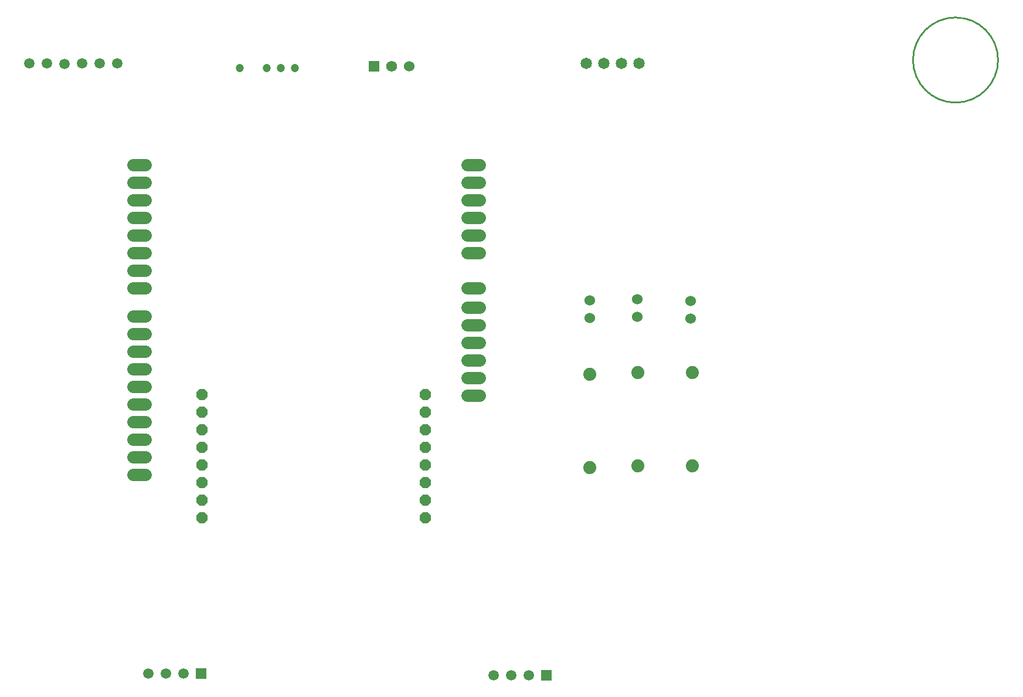
<source format=gtl>
G04 Layer: TopLayer*
G04 EasyEDA v6.5.5, 2022-05-17 09:42:53*
G04 10cda3a1212d43f89cf9d1cb10f4882f,1cecfb22d57c4bfb82df15c5060036b0,10*
G04 Gerber Generator version 0.2*
G04 Scale: 100 percent, Rotated: No, Reflected: No *
G04 Dimensions in millimeters *
G04 leading zeros omitted , absolute positions ,4 integer and 5 decimal *
%FSLAX45Y45*%
%MOMM*%

%ADD10C,0.2540*%
%ADD11R,1.5080X1.5080*%
%ADD12C,1.5080*%
%ADD13C,1.5240*%
%ADD14C,1.6500*%
%ADD15C,1.8796*%
%ADD16C,1.5000*%
%ADD17C,1.2000*%
%ADD18C,1.5748*%
%ADD19R,1.5748X1.5748*%
%ADD20C,1.7780*%

%LPD*%
D10*
G75*
G01
X14558950Y-444500D02*
G03X14558950Y-444500I-614350J0D01*
D11*
G01*
X8039100Y-9321800D03*
D12*
G01*
X7785100Y-9321800D03*
G01*
X7531100Y-9321800D03*
G01*
X7277100Y-9321800D03*
D11*
G01*
X3048000Y-9296400D03*
D12*
G01*
X2794000Y-9296400D03*
G01*
X2540000Y-9296400D03*
G01*
X2286000Y-9296400D03*
D13*
G01*
X8661389Y-3911589D03*
G01*
X8661389Y-4165589D03*
G01*
X9347189Y-3898889D03*
G01*
X9347189Y-4152889D03*
G01*
X10121889Y-3924289D03*
G01*
X10121889Y-4178289D03*
D14*
G01*
X8610600Y-495427D03*
G01*
X8864600Y-495427D03*
G01*
X9118600Y-495427D03*
G01*
X9372600Y-495172D03*
D15*
G01*
X8661400Y-4976495D03*
G01*
X8661400Y-6326504D03*
G01*
X9359900Y-4951095D03*
G01*
X9359900Y-6301104D03*
G01*
X10147300Y-4951095D03*
G01*
X10147300Y-6301104D03*
D16*
G01*
X1333500Y-495300D03*
G01*
X1841500Y-495300D03*
G01*
X1587500Y-495300D03*
G01*
X1079500Y-497839D03*
G01*
X825500Y-495300D03*
G01*
X571500Y-495300D03*
D17*
G01*
X4406900Y-558800D03*
G01*
X4203700Y-558800D03*
G01*
X3994150Y-558800D03*
G01*
X3606800Y-558800D03*
D13*
G01*
X6057900Y-533400D03*
D18*
G01*
X5803900Y-533400D03*
D19*
G01*
X5549900Y-533400D03*
G36*
X3094710Y-5352643D02*
G01*
X3142843Y-5304536D01*
X3142843Y-5236489D01*
X3094710Y-5188381D01*
X3026689Y-5188381D01*
X2978556Y-5236489D01*
X2978556Y-5304536D01*
X3026689Y-5352643D01*
G37*
G36*
X3094710Y-5606643D02*
G01*
X3142843Y-5558536D01*
X3142843Y-5490489D01*
X3094710Y-5442381D01*
X3026689Y-5442381D01*
X2978556Y-5490489D01*
X2978556Y-5558536D01*
X3026689Y-5606643D01*
G37*
G36*
X3094710Y-5860643D02*
G01*
X3142843Y-5812536D01*
X3142843Y-5744489D01*
X3094710Y-5696381D01*
X3026689Y-5696381D01*
X2978556Y-5744489D01*
X2978556Y-5812536D01*
X3026689Y-5860643D01*
G37*
G36*
X3094710Y-6114643D02*
G01*
X3142843Y-6066510D01*
X3142843Y-5998489D01*
X3094710Y-5950381D01*
X3026689Y-5950381D01*
X2978556Y-5998489D01*
X2978556Y-6066510D01*
X3026689Y-6114643D01*
G37*
G36*
X3094710Y-6368643D02*
G01*
X3142843Y-6320510D01*
X3142843Y-6252489D01*
X3094710Y-6204381D01*
X3026689Y-6204381D01*
X2978556Y-6252489D01*
X2978556Y-6320510D01*
X3026689Y-6368643D01*
G37*
G36*
X3094710Y-6622643D02*
G01*
X3142843Y-6574510D01*
X3142843Y-6506489D01*
X3094710Y-6458356D01*
X3026689Y-6458356D01*
X2978556Y-6506489D01*
X2978556Y-6574510D01*
X3026689Y-6622643D01*
G37*
G36*
X3094710Y-6876643D02*
G01*
X3142843Y-6828510D01*
X3142843Y-6760489D01*
X3094710Y-6712356D01*
X3026689Y-6712356D01*
X2978556Y-6760489D01*
X2978556Y-6828510D01*
X3026689Y-6876643D01*
G37*
G36*
X3094710Y-7130643D02*
G01*
X3142843Y-7082510D01*
X3142843Y-7014489D01*
X3094710Y-6966356D01*
X3026689Y-6966356D01*
X2978556Y-7014489D01*
X2978556Y-7082510D01*
X3026689Y-7130643D01*
G37*
G36*
X6320510Y-5352643D02*
G01*
X6368618Y-5304536D01*
X6368618Y-5236489D01*
X6320510Y-5188381D01*
X6252463Y-5188381D01*
X6204356Y-5236489D01*
X6204356Y-5304536D01*
X6252463Y-5352643D01*
G37*
G36*
X6320510Y-5606643D02*
G01*
X6368618Y-5558536D01*
X6368618Y-5490489D01*
X6320510Y-5442381D01*
X6252463Y-5442381D01*
X6204356Y-5490489D01*
X6204356Y-5558536D01*
X6252463Y-5606643D01*
G37*
G36*
X6320510Y-5860643D02*
G01*
X6368618Y-5812536D01*
X6368618Y-5744489D01*
X6320510Y-5696381D01*
X6252463Y-5696381D01*
X6204356Y-5744489D01*
X6204356Y-5812536D01*
X6252463Y-5860643D01*
G37*
G36*
X6320510Y-6114643D02*
G01*
X6368618Y-6066510D01*
X6368618Y-5998489D01*
X6320510Y-5950381D01*
X6252463Y-5950381D01*
X6204356Y-5998489D01*
X6204356Y-6066510D01*
X6252463Y-6114643D01*
G37*
G36*
X6320510Y-6368643D02*
G01*
X6368618Y-6320510D01*
X6368618Y-6252489D01*
X6320510Y-6204381D01*
X6252463Y-6204381D01*
X6204356Y-6252489D01*
X6204356Y-6320510D01*
X6252463Y-6368643D01*
G37*
G36*
X6320510Y-6622643D02*
G01*
X6368618Y-6574510D01*
X6368618Y-6506489D01*
X6320510Y-6458356D01*
X6252463Y-6458356D01*
X6204356Y-6506489D01*
X6204356Y-6574510D01*
X6252463Y-6622643D01*
G37*
G36*
X6320510Y-6876643D02*
G01*
X6368618Y-6828510D01*
X6368618Y-6760489D01*
X6320510Y-6712356D01*
X6252463Y-6712356D01*
X6204356Y-6760489D01*
X6204356Y-6828510D01*
X6252463Y-6876643D01*
G37*
G36*
X6320510Y-7130643D02*
G01*
X6368618Y-7082510D01*
X6368618Y-7014489D01*
X6320510Y-6966356D01*
X6252463Y-6966356D01*
X6204356Y-7014489D01*
X6204356Y-7082510D01*
X6252463Y-7130643D01*
G37*
D20*
X6896100Y-5029200D02*
G01*
X7073900Y-5029200D01*
X6896100Y-4775200D02*
G01*
X7073900Y-4775200D01*
X6896100Y-4521200D02*
G01*
X7073900Y-4521200D01*
X6896100Y-4267200D02*
G01*
X7073900Y-4267200D01*
X6896100Y-4013200D02*
G01*
X7073900Y-4013200D01*
X6896100Y-3733800D02*
G01*
X7073900Y-3733800D01*
X6896100Y-3225800D02*
G01*
X7073900Y-3225800D01*
X6896100Y-2971800D02*
G01*
X7073900Y-2971800D01*
X6896100Y-2717800D02*
G01*
X7073900Y-2717800D01*
X6896100Y-2463800D02*
G01*
X7073900Y-2463800D01*
X6896100Y-2209800D02*
G01*
X7073900Y-2209800D01*
X6896100Y-1955800D02*
G01*
X7073900Y-1955800D01*
X2070100Y-1955800D02*
G01*
X2247900Y-1955800D01*
X2070100Y-2209800D02*
G01*
X2247900Y-2209800D01*
X2070100Y-2463800D02*
G01*
X2247900Y-2463800D01*
X2070100Y-2717800D02*
G01*
X2247900Y-2717800D01*
X2070100Y-2971800D02*
G01*
X2247900Y-2971800D01*
X2070100Y-3225800D02*
G01*
X2247900Y-3225800D01*
X2070100Y-3479800D02*
G01*
X2247900Y-3479800D01*
X2070100Y-3733800D02*
G01*
X2247900Y-3733800D01*
X2070100Y-4140200D02*
G01*
X2247900Y-4140200D01*
X2070100Y-4394200D02*
G01*
X2247900Y-4394200D01*
X2070100Y-4648200D02*
G01*
X2247900Y-4648200D01*
X2070100Y-4902200D02*
G01*
X2247900Y-4902200D01*
X2070100Y-5156200D02*
G01*
X2247900Y-5156200D01*
X2070100Y-5410200D02*
G01*
X2247900Y-5410200D01*
X2070100Y-5664200D02*
G01*
X2247900Y-5664200D01*
X2070100Y-5918200D02*
G01*
X2247900Y-5918200D01*
X2070100Y-6172200D02*
G01*
X2247900Y-6172200D01*
X2070100Y-6426200D02*
G01*
X2247900Y-6426200D01*
X6896100Y-5283200D02*
G01*
X7073900Y-5283200D01*
M02*

</source>
